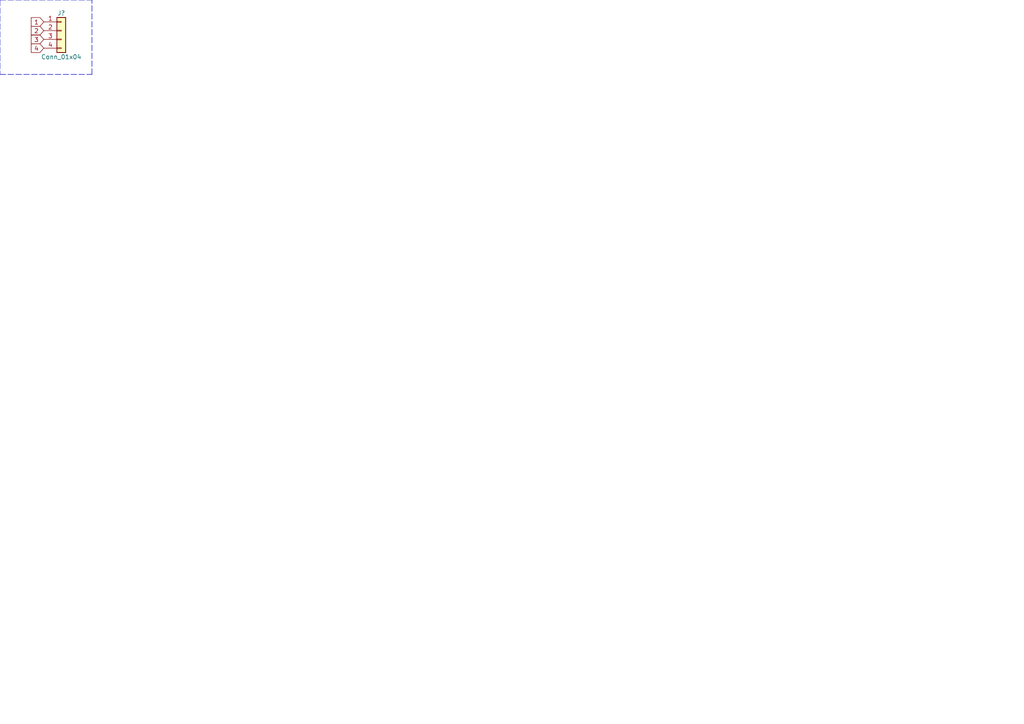
<source format=kicad_sch>
(kicad_sch (version 20201015) (generator eeschema)
  (paper "A4")
  (lib_symbols
    (symbol "Connector_Generic:Conn_01x04" (pin_names (offset 1.016) hide)
      (property "Reference" "J" (at 0 5.08 0))
      (property "Value" "Conn_01x04" (at 0 -7.62 0))
      (symbol "Conn_01x04_1_1"
        (rectangle (start -1.27 -4.953) (end 0 -5.207) (stroke (width 0.1524)))
        (rectangle (start -1.27 -2.413) (end 0 -2.667) (stroke (width 0.1524)))
        (rectangle (start -1.27 2.667) (end 0 2.413) (stroke (width 0.1524)))
        (rectangle (start -1.27 3.81) (end 1.27 -6.35) (stroke (width 0.254)) (fill (type background)))
        (rectangle (start -1.27 0.127) (end 0 -0.127) (stroke (width 0.1524)))
        (pin passive line (at -5.08 2.54 0) (length 3.81) (name "Pin_1") (number "1"))
        (pin passive line (at -5.08 0 0) (length 3.81) (name "Pin_2") (number "2"))
        (pin passive line (at -5.08 -2.54 0) (length 3.81) (name "Pin_3") (number "3"))
        (pin passive line (at -5.08 -5.08 0) (length 3.81) (name "Pin_4") (number "4"))
      )
    )
  )
  (polyline (pts (xy 0 0) (xy 0 21.59)) (stroke (width 0) (type dash)))
  (polyline (pts (xy 0 0) (xy 26.67 0)) (stroke (width 0) (type dash)))
  (polyline (pts (xy 0 21.59) (xy 26.67 21.59)) (stroke (width 0) (type dash)))
  (polyline (pts (xy 26.67 21.59) (xy 26.67 0)) (stroke (width 0) (type dash)))
  (text "D (J3|J5|J7)\nF .*\nV .*" (at 0 0 0) (effects (font (size 1.27 1.27)) (justify left bottom)))
  (global_label "1" (shape input) (at 12.7 6.35 180) (property "Intersheet References" "${INTERSHEET_REFS}" (effects hide)))
  (global_label "2" (shape input) (at 12.7 8.89 180) (property "Intersheet References" "${INTERSHEET_REFS}" (effects hide)))
  (global_label "3" (shape input) (at 12.7 11.43 180) (property "Intersheet References" "${INTERSHEET_REFS}" (effects hide)))
  (global_label "4" (shape input) (at 12.7 13.97 180) (property "Intersheet References" "${INTERSHEET_REFS}" (effects hide)))
  (symbol (lib_id "Connector_Generic:Conn_01x04") (at 17.78 8.89 0) (unit 1)
    (property "Reference" "J?" (at 17.78 3.81 0))
    (property "Value" "Conn_01x04" (at 17.78 16.51 0))
  )
)
</source>
